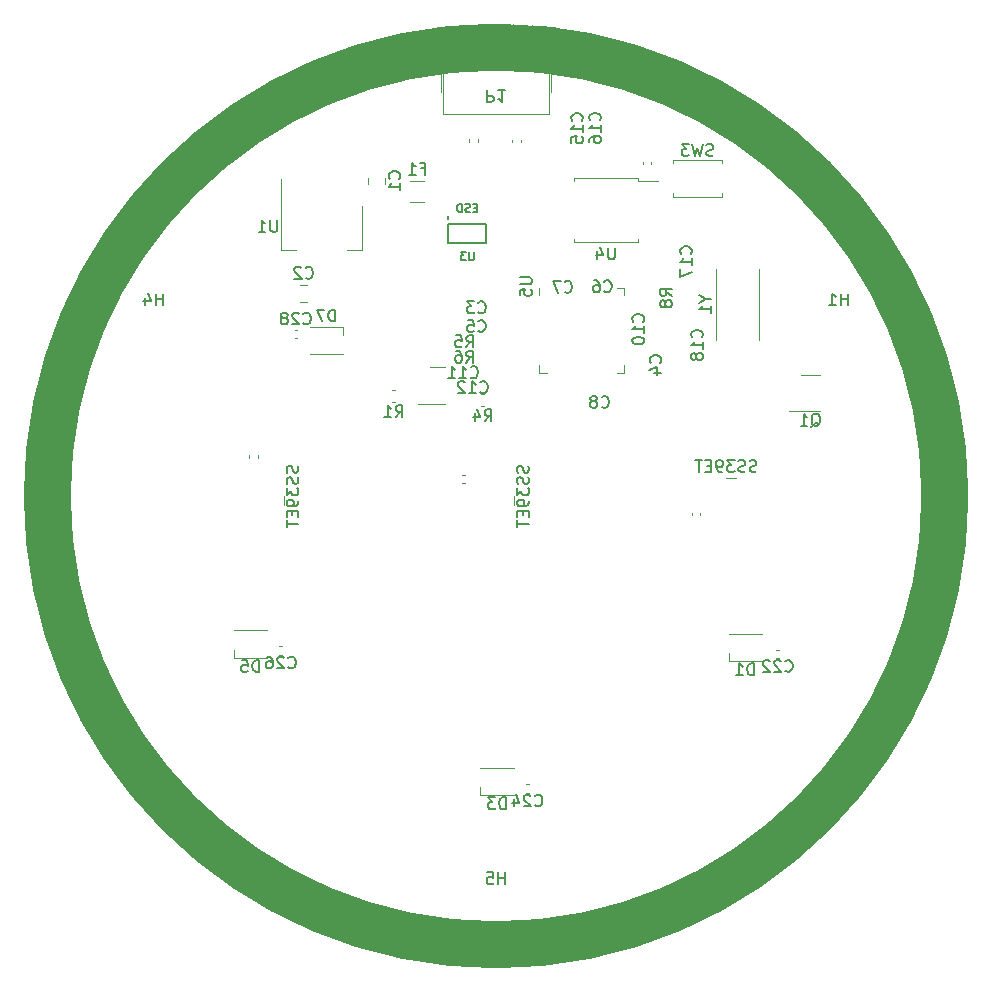
<source format=gbr>
G04 #@! TF.GenerationSoftware,KiCad,Pcbnew,(7.0.0-0)*
G04 #@! TF.CreationDate,2023-03-04T17:00:40-06:00*
G04 #@! TF.ProjectId,RP2040_minimal,52503230-3430-45f6-9d69-6e696d616c2e,REV1*
G04 #@! TF.SameCoordinates,Original*
G04 #@! TF.FileFunction,Legend,Bot*
G04 #@! TF.FilePolarity,Positive*
%FSLAX46Y46*%
G04 Gerber Fmt 4.6, Leading zero omitted, Abs format (unit mm)*
G04 Created by KiCad (PCBNEW (7.0.0-0)) date 2023-03-04 17:00:40*
%MOMM*%
%LPD*%
G01*
G04 APERTURE LIST*
%ADD10C,4.000000*%
%ADD11C,0.150000*%
%ADD12C,0.120000*%
%ADD13C,0.100000*%
G04 APERTURE END LIST*
D10*
X138000000Y-100000000D02*
G75*
G03*
X138000000Y-100000000I-38000000J0D01*
G01*
D11*
X100761904Y-132867380D02*
X100761904Y-131867380D01*
X100761904Y-132343571D02*
X100190476Y-132343571D01*
X100190476Y-132867380D02*
X100190476Y-131867380D01*
X99238095Y-131867380D02*
X99714285Y-131867380D01*
X99714285Y-131867380D02*
X99761904Y-132343571D01*
X99761904Y-132343571D02*
X99714285Y-132295952D01*
X99714285Y-132295952D02*
X99619047Y-132248333D01*
X99619047Y-132248333D02*
X99380952Y-132248333D01*
X99380952Y-132248333D02*
X99285714Y-132295952D01*
X99285714Y-132295952D02*
X99238095Y-132343571D01*
X99238095Y-132343571D02*
X99190476Y-132438809D01*
X99190476Y-132438809D02*
X99190476Y-132676904D01*
X99190476Y-132676904D02*
X99238095Y-132772142D01*
X99238095Y-132772142D02*
X99285714Y-132819761D01*
X99285714Y-132819761D02*
X99380952Y-132867380D01*
X99380952Y-132867380D02*
X99619047Y-132867380D01*
X99619047Y-132867380D02*
X99714285Y-132819761D01*
X99714285Y-132819761D02*
X99761904Y-132772142D01*
X71761904Y-83867380D02*
X71761904Y-82867380D01*
X71761904Y-83343571D02*
X71190476Y-83343571D01*
X71190476Y-83867380D02*
X71190476Y-82867380D01*
X70285714Y-83200714D02*
X70285714Y-83867380D01*
X70523809Y-82819761D02*
X70761904Y-83534047D01*
X70761904Y-83534047D02*
X70142857Y-83534047D01*
X129761904Y-83867380D02*
X129761904Y-82867380D01*
X129761904Y-83343571D02*
X129190476Y-83343571D01*
X129190476Y-83867380D02*
X129190476Y-82867380D01*
X128190476Y-83867380D02*
X128761904Y-83867380D01*
X128476190Y-83867380D02*
X128476190Y-82867380D01*
X128476190Y-82867380D02*
X128571428Y-83010238D01*
X128571428Y-83010238D02*
X128666666Y-83105476D01*
X128666666Y-83105476D02*
X128761904Y-83153095D01*
X83866666Y-81512142D02*
X83914285Y-81559761D01*
X83914285Y-81559761D02*
X84057142Y-81607380D01*
X84057142Y-81607380D02*
X84152380Y-81607380D01*
X84152380Y-81607380D02*
X84295237Y-81559761D01*
X84295237Y-81559761D02*
X84390475Y-81464523D01*
X84390475Y-81464523D02*
X84438094Y-81369285D01*
X84438094Y-81369285D02*
X84485713Y-81178809D01*
X84485713Y-81178809D02*
X84485713Y-81035952D01*
X84485713Y-81035952D02*
X84438094Y-80845476D01*
X84438094Y-80845476D02*
X84390475Y-80750238D01*
X84390475Y-80750238D02*
X84295237Y-80655000D01*
X84295237Y-80655000D02*
X84152380Y-80607380D01*
X84152380Y-80607380D02*
X84057142Y-80607380D01*
X84057142Y-80607380D02*
X83914285Y-80655000D01*
X83914285Y-80655000D02*
X83866666Y-80702619D01*
X83485713Y-80702619D02*
X83438094Y-80655000D01*
X83438094Y-80655000D02*
X83342856Y-80607380D01*
X83342856Y-80607380D02*
X83104761Y-80607380D01*
X83104761Y-80607380D02*
X83009523Y-80655000D01*
X83009523Y-80655000D02*
X82961904Y-80702619D01*
X82961904Y-80702619D02*
X82914285Y-80797857D01*
X82914285Y-80797857D02*
X82914285Y-80893095D01*
X82914285Y-80893095D02*
X82961904Y-81035952D01*
X82961904Y-81035952D02*
X83533332Y-81607380D01*
X83533332Y-81607380D02*
X82914285Y-81607380D01*
X98670357Y-91196142D02*
X98717976Y-91243761D01*
X98717976Y-91243761D02*
X98860833Y-91291380D01*
X98860833Y-91291380D02*
X98956071Y-91291380D01*
X98956071Y-91291380D02*
X99098928Y-91243761D01*
X99098928Y-91243761D02*
X99194166Y-91148523D01*
X99194166Y-91148523D02*
X99241785Y-91053285D01*
X99241785Y-91053285D02*
X99289404Y-90862809D01*
X99289404Y-90862809D02*
X99289404Y-90719952D01*
X99289404Y-90719952D02*
X99241785Y-90529476D01*
X99241785Y-90529476D02*
X99194166Y-90434238D01*
X99194166Y-90434238D02*
X99098928Y-90339000D01*
X99098928Y-90339000D02*
X98956071Y-90291380D01*
X98956071Y-90291380D02*
X98860833Y-90291380D01*
X98860833Y-90291380D02*
X98717976Y-90339000D01*
X98717976Y-90339000D02*
X98670357Y-90386619D01*
X97717976Y-91291380D02*
X98289404Y-91291380D01*
X98003690Y-91291380D02*
X98003690Y-90291380D01*
X98003690Y-90291380D02*
X98098928Y-90434238D01*
X98098928Y-90434238D02*
X98194166Y-90529476D01*
X98194166Y-90529476D02*
X98289404Y-90577095D01*
X97337023Y-90386619D02*
X97289404Y-90339000D01*
X97289404Y-90339000D02*
X97194166Y-90291380D01*
X97194166Y-90291380D02*
X96956071Y-90291380D01*
X96956071Y-90291380D02*
X96860833Y-90339000D01*
X96860833Y-90339000D02*
X96813214Y-90386619D01*
X96813214Y-90386619D02*
X96765595Y-90481857D01*
X96765595Y-90481857D02*
X96765595Y-90577095D01*
X96765595Y-90577095D02*
X96813214Y-90719952D01*
X96813214Y-90719952D02*
X97384642Y-91291380D01*
X97384642Y-91291380D02*
X96765595Y-91291380D01*
X97850357Y-89932142D02*
X97897976Y-89979761D01*
X97897976Y-89979761D02*
X98040833Y-90027380D01*
X98040833Y-90027380D02*
X98136071Y-90027380D01*
X98136071Y-90027380D02*
X98278928Y-89979761D01*
X98278928Y-89979761D02*
X98374166Y-89884523D01*
X98374166Y-89884523D02*
X98421785Y-89789285D01*
X98421785Y-89789285D02*
X98469404Y-89598809D01*
X98469404Y-89598809D02*
X98469404Y-89455952D01*
X98469404Y-89455952D02*
X98421785Y-89265476D01*
X98421785Y-89265476D02*
X98374166Y-89170238D01*
X98374166Y-89170238D02*
X98278928Y-89075000D01*
X98278928Y-89075000D02*
X98136071Y-89027380D01*
X98136071Y-89027380D02*
X98040833Y-89027380D01*
X98040833Y-89027380D02*
X97897976Y-89075000D01*
X97897976Y-89075000D02*
X97850357Y-89122619D01*
X96897976Y-90027380D02*
X97469404Y-90027380D01*
X97183690Y-90027380D02*
X97183690Y-89027380D01*
X97183690Y-89027380D02*
X97278928Y-89170238D01*
X97278928Y-89170238D02*
X97374166Y-89265476D01*
X97374166Y-89265476D02*
X97469404Y-89313095D01*
X95945595Y-90027380D02*
X96517023Y-90027380D01*
X96231309Y-90027380D02*
X96231309Y-89027380D01*
X96231309Y-89027380D02*
X96326547Y-89170238D01*
X96326547Y-89170238D02*
X96421785Y-89265476D01*
X96421785Y-89265476D02*
X96517023Y-89313095D01*
X108929166Y-92459642D02*
X108976785Y-92507261D01*
X108976785Y-92507261D02*
X109119642Y-92554880D01*
X109119642Y-92554880D02*
X109214880Y-92554880D01*
X109214880Y-92554880D02*
X109357737Y-92507261D01*
X109357737Y-92507261D02*
X109452975Y-92412023D01*
X109452975Y-92412023D02*
X109500594Y-92316785D01*
X109500594Y-92316785D02*
X109548213Y-92126309D01*
X109548213Y-92126309D02*
X109548213Y-91983452D01*
X109548213Y-91983452D02*
X109500594Y-91792976D01*
X109500594Y-91792976D02*
X109452975Y-91697738D01*
X109452975Y-91697738D02*
X109357737Y-91602500D01*
X109357737Y-91602500D02*
X109214880Y-91554880D01*
X109214880Y-91554880D02*
X109119642Y-91554880D01*
X109119642Y-91554880D02*
X108976785Y-91602500D01*
X108976785Y-91602500D02*
X108929166Y-91650119D01*
X108357737Y-91983452D02*
X108452975Y-91935833D01*
X108452975Y-91935833D02*
X108500594Y-91888214D01*
X108500594Y-91888214D02*
X108548213Y-91792976D01*
X108548213Y-91792976D02*
X108548213Y-91745357D01*
X108548213Y-91745357D02*
X108500594Y-91650119D01*
X108500594Y-91650119D02*
X108452975Y-91602500D01*
X108452975Y-91602500D02*
X108357737Y-91554880D01*
X108357737Y-91554880D02*
X108167261Y-91554880D01*
X108167261Y-91554880D02*
X108072023Y-91602500D01*
X108072023Y-91602500D02*
X108024404Y-91650119D01*
X108024404Y-91650119D02*
X107976785Y-91745357D01*
X107976785Y-91745357D02*
X107976785Y-91792976D01*
X107976785Y-91792976D02*
X108024404Y-91888214D01*
X108024404Y-91888214D02*
X108072023Y-91935833D01*
X108072023Y-91935833D02*
X108167261Y-91983452D01*
X108167261Y-91983452D02*
X108357737Y-91983452D01*
X108357737Y-91983452D02*
X108452975Y-92031071D01*
X108452975Y-92031071D02*
X108500594Y-92078690D01*
X108500594Y-92078690D02*
X108548213Y-92173928D01*
X108548213Y-92173928D02*
X108548213Y-92364404D01*
X108548213Y-92364404D02*
X108500594Y-92459642D01*
X108500594Y-92459642D02*
X108452975Y-92507261D01*
X108452975Y-92507261D02*
X108357737Y-92554880D01*
X108357737Y-92554880D02*
X108167261Y-92554880D01*
X108167261Y-92554880D02*
X108072023Y-92507261D01*
X108072023Y-92507261D02*
X108024404Y-92459642D01*
X108024404Y-92459642D02*
X107976785Y-92364404D01*
X107976785Y-92364404D02*
X107976785Y-92173928D01*
X107976785Y-92173928D02*
X108024404Y-92078690D01*
X108024404Y-92078690D02*
X108072023Y-92031071D01*
X108072023Y-92031071D02*
X108167261Y-91983452D01*
X81471904Y-76647380D02*
X81471904Y-77456904D01*
X81471904Y-77456904D02*
X81424285Y-77552142D01*
X81424285Y-77552142D02*
X81376666Y-77599761D01*
X81376666Y-77599761D02*
X81281428Y-77647380D01*
X81281428Y-77647380D02*
X81090952Y-77647380D01*
X81090952Y-77647380D02*
X80995714Y-77599761D01*
X80995714Y-77599761D02*
X80948095Y-77552142D01*
X80948095Y-77552142D02*
X80900476Y-77456904D01*
X80900476Y-77456904D02*
X80900476Y-76647380D01*
X79900476Y-77647380D02*
X80471904Y-77647380D01*
X80186190Y-77647380D02*
X80186190Y-76647380D01*
X80186190Y-76647380D02*
X80281428Y-76790238D01*
X80281428Y-76790238D02*
X80376666Y-76885476D01*
X80376666Y-76885476D02*
X80471904Y-76933095D01*
X110054404Y-78969880D02*
X110054404Y-79779404D01*
X110054404Y-79779404D02*
X110006785Y-79874642D01*
X110006785Y-79874642D02*
X109959166Y-79922261D01*
X109959166Y-79922261D02*
X109863928Y-79969880D01*
X109863928Y-79969880D02*
X109673452Y-79969880D01*
X109673452Y-79969880D02*
X109578214Y-79922261D01*
X109578214Y-79922261D02*
X109530595Y-79874642D01*
X109530595Y-79874642D02*
X109482976Y-79779404D01*
X109482976Y-79779404D02*
X109482976Y-78969880D01*
X108578214Y-79303214D02*
X108578214Y-79969880D01*
X108816309Y-78922261D02*
X109054404Y-79636547D01*
X109054404Y-79636547D02*
X108435357Y-79636547D01*
X117411161Y-86565642D02*
X117458780Y-86518023D01*
X117458780Y-86518023D02*
X117506399Y-86375166D01*
X117506399Y-86375166D02*
X117506399Y-86279928D01*
X117506399Y-86279928D02*
X117458780Y-86137071D01*
X117458780Y-86137071D02*
X117363542Y-86041833D01*
X117363542Y-86041833D02*
X117268304Y-85994214D01*
X117268304Y-85994214D02*
X117077828Y-85946595D01*
X117077828Y-85946595D02*
X116934971Y-85946595D01*
X116934971Y-85946595D02*
X116744495Y-85994214D01*
X116744495Y-85994214D02*
X116649257Y-86041833D01*
X116649257Y-86041833D02*
X116554019Y-86137071D01*
X116554019Y-86137071D02*
X116506399Y-86279928D01*
X116506399Y-86279928D02*
X116506399Y-86375166D01*
X116506399Y-86375166D02*
X116554019Y-86518023D01*
X116554019Y-86518023D02*
X116601638Y-86565642D01*
X117506399Y-87518023D02*
X117506399Y-86946595D01*
X117506399Y-87232309D02*
X116506399Y-87232309D01*
X116506399Y-87232309D02*
X116649257Y-87137071D01*
X116649257Y-87137071D02*
X116744495Y-87041833D01*
X116744495Y-87041833D02*
X116792114Y-86946595D01*
X116934971Y-88089452D02*
X116887352Y-87994214D01*
X116887352Y-87994214D02*
X116839733Y-87946595D01*
X116839733Y-87946595D02*
X116744495Y-87898976D01*
X116744495Y-87898976D02*
X116696876Y-87898976D01*
X116696876Y-87898976D02*
X116601638Y-87946595D01*
X116601638Y-87946595D02*
X116554019Y-87994214D01*
X116554019Y-87994214D02*
X116506399Y-88089452D01*
X116506399Y-88089452D02*
X116506399Y-88279928D01*
X116506399Y-88279928D02*
X116554019Y-88375166D01*
X116554019Y-88375166D02*
X116601638Y-88422785D01*
X116601638Y-88422785D02*
X116696876Y-88470404D01*
X116696876Y-88470404D02*
X116744495Y-88470404D01*
X116744495Y-88470404D02*
X116839733Y-88422785D01*
X116839733Y-88422785D02*
X116887352Y-88375166D01*
X116887352Y-88375166D02*
X116934971Y-88279928D01*
X116934971Y-88279928D02*
X116934971Y-88089452D01*
X116934971Y-88089452D02*
X116982590Y-87994214D01*
X116982590Y-87994214D02*
X117030209Y-87946595D01*
X117030209Y-87946595D02*
X117125447Y-87898976D01*
X117125447Y-87898976D02*
X117315923Y-87898976D01*
X117315923Y-87898976D02*
X117411161Y-87946595D01*
X117411161Y-87946595D02*
X117458780Y-87994214D01*
X117458780Y-87994214D02*
X117506399Y-88089452D01*
X117506399Y-88089452D02*
X117506399Y-88279928D01*
X117506399Y-88279928D02*
X117458780Y-88375166D01*
X117458780Y-88375166D02*
X117411161Y-88422785D01*
X117411161Y-88422785D02*
X117315923Y-88470404D01*
X117315923Y-88470404D02*
X117125447Y-88470404D01*
X117125447Y-88470404D02*
X117030209Y-88422785D01*
X117030209Y-88422785D02*
X116982590Y-88375166D01*
X116982590Y-88375166D02*
X116934971Y-88279928D01*
X98489166Y-86009642D02*
X98536785Y-86057261D01*
X98536785Y-86057261D02*
X98679642Y-86104880D01*
X98679642Y-86104880D02*
X98774880Y-86104880D01*
X98774880Y-86104880D02*
X98917737Y-86057261D01*
X98917737Y-86057261D02*
X99012975Y-85962023D01*
X99012975Y-85962023D02*
X99060594Y-85866785D01*
X99060594Y-85866785D02*
X99108213Y-85676309D01*
X99108213Y-85676309D02*
X99108213Y-85533452D01*
X99108213Y-85533452D02*
X99060594Y-85342976D01*
X99060594Y-85342976D02*
X99012975Y-85247738D01*
X99012975Y-85247738D02*
X98917737Y-85152500D01*
X98917737Y-85152500D02*
X98774880Y-85104880D01*
X98774880Y-85104880D02*
X98679642Y-85104880D01*
X98679642Y-85104880D02*
X98536785Y-85152500D01*
X98536785Y-85152500D02*
X98489166Y-85200119D01*
X97584404Y-85104880D02*
X98060594Y-85104880D01*
X98060594Y-85104880D02*
X98108213Y-85581071D01*
X98108213Y-85581071D02*
X98060594Y-85533452D01*
X98060594Y-85533452D02*
X97965356Y-85485833D01*
X97965356Y-85485833D02*
X97727261Y-85485833D01*
X97727261Y-85485833D02*
X97632023Y-85533452D01*
X97632023Y-85533452D02*
X97584404Y-85581071D01*
X97584404Y-85581071D02*
X97536785Y-85676309D01*
X97536785Y-85676309D02*
X97536785Y-85914404D01*
X97536785Y-85914404D02*
X97584404Y-86009642D01*
X97584404Y-86009642D02*
X97632023Y-86057261D01*
X97632023Y-86057261D02*
X97727261Y-86104880D01*
X97727261Y-86104880D02*
X97965356Y-86104880D01*
X97965356Y-86104880D02*
X98060594Y-86057261D01*
X98060594Y-86057261D02*
X98108213Y-86009642D01*
X105806666Y-82692142D02*
X105854285Y-82739761D01*
X105854285Y-82739761D02*
X105997142Y-82787380D01*
X105997142Y-82787380D02*
X106092380Y-82787380D01*
X106092380Y-82787380D02*
X106235237Y-82739761D01*
X106235237Y-82739761D02*
X106330475Y-82644523D01*
X106330475Y-82644523D02*
X106378094Y-82549285D01*
X106378094Y-82549285D02*
X106425713Y-82358809D01*
X106425713Y-82358809D02*
X106425713Y-82215952D01*
X106425713Y-82215952D02*
X106378094Y-82025476D01*
X106378094Y-82025476D02*
X106330475Y-81930238D01*
X106330475Y-81930238D02*
X106235237Y-81835000D01*
X106235237Y-81835000D02*
X106092380Y-81787380D01*
X106092380Y-81787380D02*
X105997142Y-81787380D01*
X105997142Y-81787380D02*
X105854285Y-81835000D01*
X105854285Y-81835000D02*
X105806666Y-81882619D01*
X105473332Y-81787380D02*
X104806666Y-81787380D01*
X104806666Y-81787380D02*
X105235237Y-82787380D01*
X112444642Y-85240642D02*
X112492261Y-85193023D01*
X112492261Y-85193023D02*
X112539880Y-85050166D01*
X112539880Y-85050166D02*
X112539880Y-84954928D01*
X112539880Y-84954928D02*
X112492261Y-84812071D01*
X112492261Y-84812071D02*
X112397023Y-84716833D01*
X112397023Y-84716833D02*
X112301785Y-84669214D01*
X112301785Y-84669214D02*
X112111309Y-84621595D01*
X112111309Y-84621595D02*
X111968452Y-84621595D01*
X111968452Y-84621595D02*
X111777976Y-84669214D01*
X111777976Y-84669214D02*
X111682738Y-84716833D01*
X111682738Y-84716833D02*
X111587500Y-84812071D01*
X111587500Y-84812071D02*
X111539880Y-84954928D01*
X111539880Y-84954928D02*
X111539880Y-85050166D01*
X111539880Y-85050166D02*
X111587500Y-85193023D01*
X111587500Y-85193023D02*
X111635119Y-85240642D01*
X112539880Y-86193023D02*
X112539880Y-85621595D01*
X112539880Y-85907309D02*
X111539880Y-85907309D01*
X111539880Y-85907309D02*
X111682738Y-85812071D01*
X111682738Y-85812071D02*
X111777976Y-85716833D01*
X111777976Y-85716833D02*
X111825595Y-85621595D01*
X111539880Y-86812071D02*
X111539880Y-86907309D01*
X111539880Y-86907309D02*
X111587500Y-87002547D01*
X111587500Y-87002547D02*
X111635119Y-87050166D01*
X111635119Y-87050166D02*
X111730357Y-87097785D01*
X111730357Y-87097785D02*
X111920833Y-87145404D01*
X111920833Y-87145404D02*
X112158928Y-87145404D01*
X112158928Y-87145404D02*
X112349404Y-87097785D01*
X112349404Y-87097785D02*
X112444642Y-87050166D01*
X112444642Y-87050166D02*
X112492261Y-87002547D01*
X112492261Y-87002547D02*
X112539880Y-86907309D01*
X112539880Y-86907309D02*
X112539880Y-86812071D01*
X112539880Y-86812071D02*
X112492261Y-86716833D01*
X112492261Y-86716833D02*
X112444642Y-86669214D01*
X112444642Y-86669214D02*
X112349404Y-86621595D01*
X112349404Y-86621595D02*
X112158928Y-86573976D01*
X112158928Y-86573976D02*
X111920833Y-86573976D01*
X111920833Y-86573976D02*
X111730357Y-86621595D01*
X111730357Y-86621595D02*
X111635119Y-86669214D01*
X111635119Y-86669214D02*
X111587500Y-86716833D01*
X111587500Y-86716833D02*
X111539880Y-86812071D01*
X97488290Y-87412380D02*
X97821623Y-86936190D01*
X98059718Y-87412380D02*
X98059718Y-86412380D01*
X98059718Y-86412380D02*
X97678766Y-86412380D01*
X97678766Y-86412380D02*
X97583528Y-86460000D01*
X97583528Y-86460000D02*
X97535909Y-86507619D01*
X97535909Y-86507619D02*
X97488290Y-86602857D01*
X97488290Y-86602857D02*
X97488290Y-86745714D01*
X97488290Y-86745714D02*
X97535909Y-86840952D01*
X97535909Y-86840952D02*
X97583528Y-86888571D01*
X97583528Y-86888571D02*
X97678766Y-86936190D01*
X97678766Y-86936190D02*
X98059718Y-86936190D01*
X96583528Y-86412380D02*
X97059718Y-86412380D01*
X97059718Y-86412380D02*
X97107337Y-86888571D01*
X97107337Y-86888571D02*
X97059718Y-86840952D01*
X97059718Y-86840952D02*
X96964480Y-86793333D01*
X96964480Y-86793333D02*
X96726385Y-86793333D01*
X96726385Y-86793333D02*
X96631147Y-86840952D01*
X96631147Y-86840952D02*
X96583528Y-86888571D01*
X96583528Y-86888571D02*
X96535909Y-86983809D01*
X96535909Y-86983809D02*
X96535909Y-87221904D01*
X96535909Y-87221904D02*
X96583528Y-87317142D01*
X96583528Y-87317142D02*
X96631147Y-87364761D01*
X96631147Y-87364761D02*
X96726385Y-87412380D01*
X96726385Y-87412380D02*
X96964480Y-87412380D01*
X96964480Y-87412380D02*
X97059718Y-87364761D01*
X97059718Y-87364761D02*
X97107337Y-87317142D01*
X113904642Y-88723333D02*
X113952261Y-88675714D01*
X113952261Y-88675714D02*
X113999880Y-88532857D01*
X113999880Y-88532857D02*
X113999880Y-88437619D01*
X113999880Y-88437619D02*
X113952261Y-88294762D01*
X113952261Y-88294762D02*
X113857023Y-88199524D01*
X113857023Y-88199524D02*
X113761785Y-88151905D01*
X113761785Y-88151905D02*
X113571309Y-88104286D01*
X113571309Y-88104286D02*
X113428452Y-88104286D01*
X113428452Y-88104286D02*
X113237976Y-88151905D01*
X113237976Y-88151905D02*
X113142738Y-88199524D01*
X113142738Y-88199524D02*
X113047500Y-88294762D01*
X113047500Y-88294762D02*
X112999880Y-88437619D01*
X112999880Y-88437619D02*
X112999880Y-88532857D01*
X112999880Y-88532857D02*
X113047500Y-88675714D01*
X113047500Y-88675714D02*
X113095119Y-88723333D01*
X113333214Y-89580476D02*
X113999880Y-89580476D01*
X112952261Y-89342381D02*
X113666547Y-89104286D01*
X113666547Y-89104286D02*
X113666547Y-89723333D01*
X91802142Y-73143333D02*
X91849761Y-73095714D01*
X91849761Y-73095714D02*
X91897380Y-72952857D01*
X91897380Y-72952857D02*
X91897380Y-72857619D01*
X91897380Y-72857619D02*
X91849761Y-72714762D01*
X91849761Y-72714762D02*
X91754523Y-72619524D01*
X91754523Y-72619524D02*
X91659285Y-72571905D01*
X91659285Y-72571905D02*
X91468809Y-72524286D01*
X91468809Y-72524286D02*
X91325952Y-72524286D01*
X91325952Y-72524286D02*
X91135476Y-72571905D01*
X91135476Y-72571905D02*
X91040238Y-72619524D01*
X91040238Y-72619524D02*
X90945000Y-72714762D01*
X90945000Y-72714762D02*
X90897380Y-72857619D01*
X90897380Y-72857619D02*
X90897380Y-72952857D01*
X90897380Y-72952857D02*
X90945000Y-73095714D01*
X90945000Y-73095714D02*
X90992619Y-73143333D01*
X91897380Y-74095714D02*
X91897380Y-73524286D01*
X91897380Y-73810000D02*
X90897380Y-73810000D01*
X90897380Y-73810000D02*
X91040238Y-73714762D01*
X91040238Y-73714762D02*
X91135476Y-73619524D01*
X91135476Y-73619524D02*
X91183095Y-73524286D01*
X109156666Y-82662142D02*
X109204285Y-82709761D01*
X109204285Y-82709761D02*
X109347142Y-82757380D01*
X109347142Y-82757380D02*
X109442380Y-82757380D01*
X109442380Y-82757380D02*
X109585237Y-82709761D01*
X109585237Y-82709761D02*
X109680475Y-82614523D01*
X109680475Y-82614523D02*
X109728094Y-82519285D01*
X109728094Y-82519285D02*
X109775713Y-82328809D01*
X109775713Y-82328809D02*
X109775713Y-82185952D01*
X109775713Y-82185952D02*
X109728094Y-81995476D01*
X109728094Y-81995476D02*
X109680475Y-81900238D01*
X109680475Y-81900238D02*
X109585237Y-81805000D01*
X109585237Y-81805000D02*
X109442380Y-81757380D01*
X109442380Y-81757380D02*
X109347142Y-81757380D01*
X109347142Y-81757380D02*
X109204285Y-81805000D01*
X109204285Y-81805000D02*
X109156666Y-81852619D01*
X108299523Y-81757380D02*
X108489999Y-81757380D01*
X108489999Y-81757380D02*
X108585237Y-81805000D01*
X108585237Y-81805000D02*
X108632856Y-81852619D01*
X108632856Y-81852619D02*
X108728094Y-81995476D01*
X108728094Y-81995476D02*
X108775713Y-82185952D01*
X108775713Y-82185952D02*
X108775713Y-82566904D01*
X108775713Y-82566904D02*
X108728094Y-82662142D01*
X108728094Y-82662142D02*
X108680475Y-82709761D01*
X108680475Y-82709761D02*
X108585237Y-82757380D01*
X108585237Y-82757380D02*
X108394761Y-82757380D01*
X108394761Y-82757380D02*
X108299523Y-82709761D01*
X108299523Y-82709761D02*
X108251904Y-82662142D01*
X108251904Y-82662142D02*
X108204285Y-82566904D01*
X108204285Y-82566904D02*
X108204285Y-82328809D01*
X108204285Y-82328809D02*
X108251904Y-82233571D01*
X108251904Y-82233571D02*
X108299523Y-82185952D01*
X108299523Y-82185952D02*
X108394761Y-82138333D01*
X108394761Y-82138333D02*
X108585237Y-82138333D01*
X108585237Y-82138333D02*
X108680475Y-82185952D01*
X108680475Y-82185952D02*
X108728094Y-82233571D01*
X108728094Y-82233571D02*
X108775713Y-82328809D01*
X108782142Y-68212142D02*
X108829761Y-68164523D01*
X108829761Y-68164523D02*
X108877380Y-68021666D01*
X108877380Y-68021666D02*
X108877380Y-67926428D01*
X108877380Y-67926428D02*
X108829761Y-67783571D01*
X108829761Y-67783571D02*
X108734523Y-67688333D01*
X108734523Y-67688333D02*
X108639285Y-67640714D01*
X108639285Y-67640714D02*
X108448809Y-67593095D01*
X108448809Y-67593095D02*
X108305952Y-67593095D01*
X108305952Y-67593095D02*
X108115476Y-67640714D01*
X108115476Y-67640714D02*
X108020238Y-67688333D01*
X108020238Y-67688333D02*
X107925000Y-67783571D01*
X107925000Y-67783571D02*
X107877380Y-67926428D01*
X107877380Y-67926428D02*
X107877380Y-68021666D01*
X107877380Y-68021666D02*
X107925000Y-68164523D01*
X107925000Y-68164523D02*
X107972619Y-68212142D01*
X108877380Y-69164523D02*
X108877380Y-68593095D01*
X108877380Y-68878809D02*
X107877380Y-68878809D01*
X107877380Y-68878809D02*
X108020238Y-68783571D01*
X108020238Y-68783571D02*
X108115476Y-68688333D01*
X108115476Y-68688333D02*
X108163095Y-68593095D01*
X107877380Y-70021666D02*
X107877380Y-69831190D01*
X107877380Y-69831190D02*
X107925000Y-69735952D01*
X107925000Y-69735952D02*
X107972619Y-69688333D01*
X107972619Y-69688333D02*
X108115476Y-69593095D01*
X108115476Y-69593095D02*
X108305952Y-69545476D01*
X108305952Y-69545476D02*
X108686904Y-69545476D01*
X108686904Y-69545476D02*
X108782142Y-69593095D01*
X108782142Y-69593095D02*
X108829761Y-69640714D01*
X108829761Y-69640714D02*
X108877380Y-69735952D01*
X108877380Y-69735952D02*
X108877380Y-69926428D01*
X108877380Y-69926428D02*
X108829761Y-70021666D01*
X108829761Y-70021666D02*
X108782142Y-70069285D01*
X108782142Y-70069285D02*
X108686904Y-70116904D01*
X108686904Y-70116904D02*
X108448809Y-70116904D01*
X108448809Y-70116904D02*
X108353571Y-70069285D01*
X108353571Y-70069285D02*
X108305952Y-70021666D01*
X108305952Y-70021666D02*
X108258333Y-69926428D01*
X108258333Y-69926428D02*
X108258333Y-69735952D01*
X108258333Y-69735952D02*
X108305952Y-69640714D01*
X108305952Y-69640714D02*
X108353571Y-69593095D01*
X108353571Y-69593095D02*
X108448809Y-69545476D01*
X102014880Y-81495595D02*
X102824404Y-81495595D01*
X102824404Y-81495595D02*
X102919642Y-81543214D01*
X102919642Y-81543214D02*
X102967261Y-81590833D01*
X102967261Y-81590833D02*
X103014880Y-81686071D01*
X103014880Y-81686071D02*
X103014880Y-81876547D01*
X103014880Y-81876547D02*
X102967261Y-81971785D01*
X102967261Y-81971785D02*
X102919642Y-82019404D01*
X102919642Y-82019404D02*
X102824404Y-82067023D01*
X102824404Y-82067023D02*
X102014880Y-82067023D01*
X102014880Y-83019404D02*
X102014880Y-82543214D01*
X102014880Y-82543214D02*
X102491071Y-82495595D01*
X102491071Y-82495595D02*
X102443452Y-82543214D01*
X102443452Y-82543214D02*
X102395833Y-82638452D01*
X102395833Y-82638452D02*
X102395833Y-82876547D01*
X102395833Y-82876547D02*
X102443452Y-82971785D01*
X102443452Y-82971785D02*
X102491071Y-83019404D01*
X102491071Y-83019404D02*
X102586309Y-83067023D01*
X102586309Y-83067023D02*
X102824404Y-83067023D01*
X102824404Y-83067023D02*
X102919642Y-83019404D01*
X102919642Y-83019404D02*
X102967261Y-82971785D01*
X102967261Y-82971785D02*
X103014880Y-82876547D01*
X103014880Y-82876547D02*
X103014880Y-82638452D01*
X103014880Y-82638452D02*
X102967261Y-82543214D01*
X102967261Y-82543214D02*
X102919642Y-82495595D01*
X116497161Y-79495642D02*
X116544780Y-79448023D01*
X116544780Y-79448023D02*
X116592399Y-79305166D01*
X116592399Y-79305166D02*
X116592399Y-79209928D01*
X116592399Y-79209928D02*
X116544780Y-79067071D01*
X116544780Y-79067071D02*
X116449542Y-78971833D01*
X116449542Y-78971833D02*
X116354304Y-78924214D01*
X116354304Y-78924214D02*
X116163828Y-78876595D01*
X116163828Y-78876595D02*
X116020971Y-78876595D01*
X116020971Y-78876595D02*
X115830495Y-78924214D01*
X115830495Y-78924214D02*
X115735257Y-78971833D01*
X115735257Y-78971833D02*
X115640019Y-79067071D01*
X115640019Y-79067071D02*
X115592399Y-79209928D01*
X115592399Y-79209928D02*
X115592399Y-79305166D01*
X115592399Y-79305166D02*
X115640019Y-79448023D01*
X115640019Y-79448023D02*
X115687638Y-79495642D01*
X116592399Y-80448023D02*
X116592399Y-79876595D01*
X116592399Y-80162309D02*
X115592399Y-80162309D01*
X115592399Y-80162309D02*
X115735257Y-80067071D01*
X115735257Y-80067071D02*
X115830495Y-79971833D01*
X115830495Y-79971833D02*
X115878114Y-79876595D01*
X115592399Y-80781357D02*
X115592399Y-81448023D01*
X115592399Y-81448023D02*
X116592399Y-81019452D01*
X97488290Y-88712380D02*
X97821623Y-88236190D01*
X98059718Y-88712380D02*
X98059718Y-87712380D01*
X98059718Y-87712380D02*
X97678766Y-87712380D01*
X97678766Y-87712380D02*
X97583528Y-87760000D01*
X97583528Y-87760000D02*
X97535909Y-87807619D01*
X97535909Y-87807619D02*
X97488290Y-87902857D01*
X97488290Y-87902857D02*
X97488290Y-88045714D01*
X97488290Y-88045714D02*
X97535909Y-88140952D01*
X97535909Y-88140952D02*
X97583528Y-88188571D01*
X97583528Y-88188571D02*
X97678766Y-88236190D01*
X97678766Y-88236190D02*
X98059718Y-88236190D01*
X96631147Y-87712380D02*
X96821623Y-87712380D01*
X96821623Y-87712380D02*
X96916861Y-87760000D01*
X96916861Y-87760000D02*
X96964480Y-87807619D01*
X96964480Y-87807619D02*
X97059718Y-87950476D01*
X97059718Y-87950476D02*
X97107337Y-88140952D01*
X97107337Y-88140952D02*
X97107337Y-88521904D01*
X97107337Y-88521904D02*
X97059718Y-88617142D01*
X97059718Y-88617142D02*
X97012099Y-88664761D01*
X97012099Y-88664761D02*
X96916861Y-88712380D01*
X96916861Y-88712380D02*
X96726385Y-88712380D01*
X96726385Y-88712380D02*
X96631147Y-88664761D01*
X96631147Y-88664761D02*
X96583528Y-88617142D01*
X96583528Y-88617142D02*
X96535909Y-88521904D01*
X96535909Y-88521904D02*
X96535909Y-88283809D01*
X96535909Y-88283809D02*
X96583528Y-88188571D01*
X96583528Y-88188571D02*
X96631147Y-88140952D01*
X96631147Y-88140952D02*
X96726385Y-88093333D01*
X96726385Y-88093333D02*
X96916861Y-88093333D01*
X96916861Y-88093333D02*
X97012099Y-88140952D01*
X97012099Y-88140952D02*
X97059718Y-88188571D01*
X97059718Y-88188571D02*
X97107337Y-88283809D01*
X98499166Y-84439642D02*
X98546785Y-84487261D01*
X98546785Y-84487261D02*
X98689642Y-84534880D01*
X98689642Y-84534880D02*
X98784880Y-84534880D01*
X98784880Y-84534880D02*
X98927737Y-84487261D01*
X98927737Y-84487261D02*
X99022975Y-84392023D01*
X99022975Y-84392023D02*
X99070594Y-84296785D01*
X99070594Y-84296785D02*
X99118213Y-84106309D01*
X99118213Y-84106309D02*
X99118213Y-83963452D01*
X99118213Y-83963452D02*
X99070594Y-83772976D01*
X99070594Y-83772976D02*
X99022975Y-83677738D01*
X99022975Y-83677738D02*
X98927737Y-83582500D01*
X98927737Y-83582500D02*
X98784880Y-83534880D01*
X98784880Y-83534880D02*
X98689642Y-83534880D01*
X98689642Y-83534880D02*
X98546785Y-83582500D01*
X98546785Y-83582500D02*
X98499166Y-83630119D01*
X98165832Y-83534880D02*
X97546785Y-83534880D01*
X97546785Y-83534880D02*
X97880118Y-83915833D01*
X97880118Y-83915833D02*
X97737261Y-83915833D01*
X97737261Y-83915833D02*
X97642023Y-83963452D01*
X97642023Y-83963452D02*
X97594404Y-84011071D01*
X97594404Y-84011071D02*
X97546785Y-84106309D01*
X97546785Y-84106309D02*
X97546785Y-84344404D01*
X97546785Y-84344404D02*
X97594404Y-84439642D01*
X97594404Y-84439642D02*
X97642023Y-84487261D01*
X97642023Y-84487261D02*
X97737261Y-84534880D01*
X97737261Y-84534880D02*
X98022975Y-84534880D01*
X98022975Y-84534880D02*
X98118213Y-84487261D01*
X98118213Y-84487261D02*
X98165832Y-84439642D01*
X107262142Y-68232142D02*
X107309761Y-68184523D01*
X107309761Y-68184523D02*
X107357380Y-68041666D01*
X107357380Y-68041666D02*
X107357380Y-67946428D01*
X107357380Y-67946428D02*
X107309761Y-67803571D01*
X107309761Y-67803571D02*
X107214523Y-67708333D01*
X107214523Y-67708333D02*
X107119285Y-67660714D01*
X107119285Y-67660714D02*
X106928809Y-67613095D01*
X106928809Y-67613095D02*
X106785952Y-67613095D01*
X106785952Y-67613095D02*
X106595476Y-67660714D01*
X106595476Y-67660714D02*
X106500238Y-67708333D01*
X106500238Y-67708333D02*
X106405000Y-67803571D01*
X106405000Y-67803571D02*
X106357380Y-67946428D01*
X106357380Y-67946428D02*
X106357380Y-68041666D01*
X106357380Y-68041666D02*
X106405000Y-68184523D01*
X106405000Y-68184523D02*
X106452619Y-68232142D01*
X107357380Y-69184523D02*
X107357380Y-68613095D01*
X107357380Y-68898809D02*
X106357380Y-68898809D01*
X106357380Y-68898809D02*
X106500238Y-68803571D01*
X106500238Y-68803571D02*
X106595476Y-68708333D01*
X106595476Y-68708333D02*
X106643095Y-68613095D01*
X106357380Y-70089285D02*
X106357380Y-69613095D01*
X106357380Y-69613095D02*
X106833571Y-69565476D01*
X106833571Y-69565476D02*
X106785952Y-69613095D01*
X106785952Y-69613095D02*
X106738333Y-69708333D01*
X106738333Y-69708333D02*
X106738333Y-69946428D01*
X106738333Y-69946428D02*
X106785952Y-70041666D01*
X106785952Y-70041666D02*
X106833571Y-70089285D01*
X106833571Y-70089285D02*
X106928809Y-70136904D01*
X106928809Y-70136904D02*
X107166904Y-70136904D01*
X107166904Y-70136904D02*
X107262142Y-70089285D01*
X107262142Y-70089285D02*
X107309761Y-70041666D01*
X107309761Y-70041666D02*
X107357380Y-69946428D01*
X107357380Y-69946428D02*
X107357380Y-69708333D01*
X107357380Y-69708333D02*
X107309761Y-69613095D01*
X107309761Y-69613095D02*
X107262142Y-69565476D01*
X114892399Y-83071833D02*
X114416209Y-82738500D01*
X114892399Y-82500405D02*
X113892399Y-82500405D01*
X113892399Y-82500405D02*
X113892399Y-82881357D01*
X113892399Y-82881357D02*
X113940019Y-82976595D01*
X113940019Y-82976595D02*
X113987638Y-83024214D01*
X113987638Y-83024214D02*
X114082876Y-83071833D01*
X114082876Y-83071833D02*
X114225733Y-83071833D01*
X114225733Y-83071833D02*
X114320971Y-83024214D01*
X114320971Y-83024214D02*
X114368590Y-82976595D01*
X114368590Y-82976595D02*
X114416209Y-82881357D01*
X114416209Y-82881357D02*
X114416209Y-82500405D01*
X114320971Y-83643262D02*
X114273352Y-83548024D01*
X114273352Y-83548024D02*
X114225733Y-83500405D01*
X114225733Y-83500405D02*
X114130495Y-83452786D01*
X114130495Y-83452786D02*
X114082876Y-83452786D01*
X114082876Y-83452786D02*
X113987638Y-83500405D01*
X113987638Y-83500405D02*
X113940019Y-83548024D01*
X113940019Y-83548024D02*
X113892399Y-83643262D01*
X113892399Y-83643262D02*
X113892399Y-83833738D01*
X113892399Y-83833738D02*
X113940019Y-83928976D01*
X113940019Y-83928976D02*
X113987638Y-83976595D01*
X113987638Y-83976595D02*
X114082876Y-84024214D01*
X114082876Y-84024214D02*
X114130495Y-84024214D01*
X114130495Y-84024214D02*
X114225733Y-83976595D01*
X114225733Y-83976595D02*
X114273352Y-83928976D01*
X114273352Y-83928976D02*
X114320971Y-83833738D01*
X114320971Y-83833738D02*
X114320971Y-83643262D01*
X114320971Y-83643262D02*
X114368590Y-83548024D01*
X114368590Y-83548024D02*
X114416209Y-83500405D01*
X114416209Y-83500405D02*
X114511447Y-83452786D01*
X114511447Y-83452786D02*
X114701923Y-83452786D01*
X114701923Y-83452786D02*
X114797161Y-83500405D01*
X114797161Y-83500405D02*
X114844780Y-83548024D01*
X114844780Y-83548024D02*
X114892399Y-83643262D01*
X114892399Y-83643262D02*
X114892399Y-83833738D01*
X114892399Y-83833738D02*
X114844780Y-83928976D01*
X114844780Y-83928976D02*
X114797161Y-83976595D01*
X114797161Y-83976595D02*
X114701923Y-84024214D01*
X114701923Y-84024214D02*
X114511447Y-84024214D01*
X114511447Y-84024214D02*
X114416209Y-83976595D01*
X114416209Y-83976595D02*
X114368590Y-83928976D01*
X114368590Y-83928976D02*
X114320971Y-83833738D01*
X117732209Y-83303309D02*
X118208399Y-83303309D01*
X117208399Y-82969976D02*
X117732209Y-83303309D01*
X117732209Y-83303309D02*
X117208399Y-83636642D01*
X118208399Y-84493785D02*
X118208399Y-83922357D01*
X118208399Y-84208071D02*
X117208399Y-84208071D01*
X117208399Y-84208071D02*
X117351257Y-84112833D01*
X117351257Y-84112833D02*
X117446495Y-84017595D01*
X117446495Y-84017595D02*
X117494114Y-83922357D01*
X118383332Y-71169761D02*
X118240475Y-71217380D01*
X118240475Y-71217380D02*
X118002380Y-71217380D01*
X118002380Y-71217380D02*
X117907142Y-71169761D01*
X117907142Y-71169761D02*
X117859523Y-71122142D01*
X117859523Y-71122142D02*
X117811904Y-71026904D01*
X117811904Y-71026904D02*
X117811904Y-70931666D01*
X117811904Y-70931666D02*
X117859523Y-70836428D01*
X117859523Y-70836428D02*
X117907142Y-70788809D01*
X117907142Y-70788809D02*
X118002380Y-70741190D01*
X118002380Y-70741190D02*
X118192856Y-70693571D01*
X118192856Y-70693571D02*
X118288094Y-70645952D01*
X118288094Y-70645952D02*
X118335713Y-70598333D01*
X118335713Y-70598333D02*
X118383332Y-70503095D01*
X118383332Y-70503095D02*
X118383332Y-70407857D01*
X118383332Y-70407857D02*
X118335713Y-70312619D01*
X118335713Y-70312619D02*
X118288094Y-70265000D01*
X118288094Y-70265000D02*
X118192856Y-70217380D01*
X118192856Y-70217380D02*
X117954761Y-70217380D01*
X117954761Y-70217380D02*
X117811904Y-70265000D01*
X117478570Y-70217380D02*
X117240475Y-71217380D01*
X117240475Y-71217380D02*
X117049999Y-70503095D01*
X117049999Y-70503095D02*
X116859523Y-71217380D01*
X116859523Y-71217380D02*
X116621428Y-70217380D01*
X116335713Y-70217380D02*
X115716666Y-70217380D01*
X115716666Y-70217380D02*
X116049999Y-70598333D01*
X116049999Y-70598333D02*
X115907142Y-70598333D01*
X115907142Y-70598333D02*
X115811904Y-70645952D01*
X115811904Y-70645952D02*
X115764285Y-70693571D01*
X115764285Y-70693571D02*
X115716666Y-70788809D01*
X115716666Y-70788809D02*
X115716666Y-71026904D01*
X115716666Y-71026904D02*
X115764285Y-71122142D01*
X115764285Y-71122142D02*
X115811904Y-71169761D01*
X115811904Y-71169761D02*
X115907142Y-71217380D01*
X115907142Y-71217380D02*
X116192856Y-71217380D01*
X116192856Y-71217380D02*
X116288094Y-71169761D01*
X116288094Y-71169761D02*
X116335713Y-71122142D01*
X82412857Y-114513392D02*
X82460476Y-114561011D01*
X82460476Y-114561011D02*
X82603333Y-114608630D01*
X82603333Y-114608630D02*
X82698571Y-114608630D01*
X82698571Y-114608630D02*
X82841428Y-114561011D01*
X82841428Y-114561011D02*
X82936666Y-114465773D01*
X82936666Y-114465773D02*
X82984285Y-114370535D01*
X82984285Y-114370535D02*
X83031904Y-114180059D01*
X83031904Y-114180059D02*
X83031904Y-114037202D01*
X83031904Y-114037202D02*
X82984285Y-113846726D01*
X82984285Y-113846726D02*
X82936666Y-113751488D01*
X82936666Y-113751488D02*
X82841428Y-113656250D01*
X82841428Y-113656250D02*
X82698571Y-113608630D01*
X82698571Y-113608630D02*
X82603333Y-113608630D01*
X82603333Y-113608630D02*
X82460476Y-113656250D01*
X82460476Y-113656250D02*
X82412857Y-113703869D01*
X82031904Y-113703869D02*
X81984285Y-113656250D01*
X81984285Y-113656250D02*
X81889047Y-113608630D01*
X81889047Y-113608630D02*
X81650952Y-113608630D01*
X81650952Y-113608630D02*
X81555714Y-113656250D01*
X81555714Y-113656250D02*
X81508095Y-113703869D01*
X81508095Y-113703869D02*
X81460476Y-113799107D01*
X81460476Y-113799107D02*
X81460476Y-113894345D01*
X81460476Y-113894345D02*
X81508095Y-114037202D01*
X81508095Y-114037202D02*
X82079523Y-114608630D01*
X82079523Y-114608630D02*
X81460476Y-114608630D01*
X80603333Y-113608630D02*
X80793809Y-113608630D01*
X80793809Y-113608630D02*
X80889047Y-113656250D01*
X80889047Y-113656250D02*
X80936666Y-113703869D01*
X80936666Y-113703869D02*
X81031904Y-113846726D01*
X81031904Y-113846726D02*
X81079523Y-114037202D01*
X81079523Y-114037202D02*
X81079523Y-114418154D01*
X81079523Y-114418154D02*
X81031904Y-114513392D01*
X81031904Y-114513392D02*
X80984285Y-114561011D01*
X80984285Y-114561011D02*
X80889047Y-114608630D01*
X80889047Y-114608630D02*
X80698571Y-114608630D01*
X80698571Y-114608630D02*
X80603333Y-114561011D01*
X80603333Y-114561011D02*
X80555714Y-114513392D01*
X80555714Y-114513392D02*
X80508095Y-114418154D01*
X80508095Y-114418154D02*
X80508095Y-114180059D01*
X80508095Y-114180059D02*
X80555714Y-114084821D01*
X80555714Y-114084821D02*
X80603333Y-114037202D01*
X80603333Y-114037202D02*
X80698571Y-113989583D01*
X80698571Y-113989583D02*
X80889047Y-113989583D01*
X80889047Y-113989583D02*
X80984285Y-114037202D01*
X80984285Y-114037202D02*
X81031904Y-114084821D01*
X81031904Y-114084821D02*
X81079523Y-114180059D01*
X99034166Y-93678380D02*
X99367499Y-93202190D01*
X99605594Y-93678380D02*
X99605594Y-92678380D01*
X99605594Y-92678380D02*
X99224642Y-92678380D01*
X99224642Y-92678380D02*
X99129404Y-92726000D01*
X99129404Y-92726000D02*
X99081785Y-92773619D01*
X99081785Y-92773619D02*
X99034166Y-92868857D01*
X99034166Y-92868857D02*
X99034166Y-93011714D01*
X99034166Y-93011714D02*
X99081785Y-93106952D01*
X99081785Y-93106952D02*
X99129404Y-93154571D01*
X99129404Y-93154571D02*
X99224642Y-93202190D01*
X99224642Y-93202190D02*
X99605594Y-93202190D01*
X98177023Y-93011714D02*
X98177023Y-93678380D01*
X98415118Y-92630761D02*
X98653213Y-93345047D01*
X98653213Y-93345047D02*
X98034166Y-93345047D01*
X122047618Y-97919761D02*
X121904761Y-97967380D01*
X121904761Y-97967380D02*
X121666666Y-97967380D01*
X121666666Y-97967380D02*
X121571428Y-97919761D01*
X121571428Y-97919761D02*
X121523809Y-97872142D01*
X121523809Y-97872142D02*
X121476190Y-97776904D01*
X121476190Y-97776904D02*
X121476190Y-97681666D01*
X121476190Y-97681666D02*
X121523809Y-97586428D01*
X121523809Y-97586428D02*
X121571428Y-97538809D01*
X121571428Y-97538809D02*
X121666666Y-97491190D01*
X121666666Y-97491190D02*
X121857142Y-97443571D01*
X121857142Y-97443571D02*
X121952380Y-97395952D01*
X121952380Y-97395952D02*
X121999999Y-97348333D01*
X121999999Y-97348333D02*
X122047618Y-97253095D01*
X122047618Y-97253095D02*
X122047618Y-97157857D01*
X122047618Y-97157857D02*
X121999999Y-97062619D01*
X121999999Y-97062619D02*
X121952380Y-97015000D01*
X121952380Y-97015000D02*
X121857142Y-96967380D01*
X121857142Y-96967380D02*
X121619047Y-96967380D01*
X121619047Y-96967380D02*
X121476190Y-97015000D01*
X121095237Y-97919761D02*
X120952380Y-97967380D01*
X120952380Y-97967380D02*
X120714285Y-97967380D01*
X120714285Y-97967380D02*
X120619047Y-97919761D01*
X120619047Y-97919761D02*
X120571428Y-97872142D01*
X120571428Y-97872142D02*
X120523809Y-97776904D01*
X120523809Y-97776904D02*
X120523809Y-97681666D01*
X120523809Y-97681666D02*
X120571428Y-97586428D01*
X120571428Y-97586428D02*
X120619047Y-97538809D01*
X120619047Y-97538809D02*
X120714285Y-97491190D01*
X120714285Y-97491190D02*
X120904761Y-97443571D01*
X120904761Y-97443571D02*
X120999999Y-97395952D01*
X120999999Y-97395952D02*
X121047618Y-97348333D01*
X121047618Y-97348333D02*
X121095237Y-97253095D01*
X121095237Y-97253095D02*
X121095237Y-97157857D01*
X121095237Y-97157857D02*
X121047618Y-97062619D01*
X121047618Y-97062619D02*
X120999999Y-97015000D01*
X120999999Y-97015000D02*
X120904761Y-96967380D01*
X120904761Y-96967380D02*
X120666666Y-96967380D01*
X120666666Y-96967380D02*
X120523809Y-97015000D01*
X120190475Y-96967380D02*
X119571428Y-96967380D01*
X119571428Y-96967380D02*
X119904761Y-97348333D01*
X119904761Y-97348333D02*
X119761904Y-97348333D01*
X119761904Y-97348333D02*
X119666666Y-97395952D01*
X119666666Y-97395952D02*
X119619047Y-97443571D01*
X119619047Y-97443571D02*
X119571428Y-97538809D01*
X119571428Y-97538809D02*
X119571428Y-97776904D01*
X119571428Y-97776904D02*
X119619047Y-97872142D01*
X119619047Y-97872142D02*
X119666666Y-97919761D01*
X119666666Y-97919761D02*
X119761904Y-97967380D01*
X119761904Y-97967380D02*
X120047618Y-97967380D01*
X120047618Y-97967380D02*
X120142856Y-97919761D01*
X120142856Y-97919761D02*
X120190475Y-97872142D01*
X119095237Y-97967380D02*
X118904761Y-97967380D01*
X118904761Y-97967380D02*
X118809523Y-97919761D01*
X118809523Y-97919761D02*
X118761904Y-97872142D01*
X118761904Y-97872142D02*
X118666666Y-97729285D01*
X118666666Y-97729285D02*
X118619047Y-97538809D01*
X118619047Y-97538809D02*
X118619047Y-97157857D01*
X118619047Y-97157857D02*
X118666666Y-97062619D01*
X118666666Y-97062619D02*
X118714285Y-97015000D01*
X118714285Y-97015000D02*
X118809523Y-96967380D01*
X118809523Y-96967380D02*
X118999999Y-96967380D01*
X118999999Y-96967380D02*
X119095237Y-97015000D01*
X119095237Y-97015000D02*
X119142856Y-97062619D01*
X119142856Y-97062619D02*
X119190475Y-97157857D01*
X119190475Y-97157857D02*
X119190475Y-97395952D01*
X119190475Y-97395952D02*
X119142856Y-97491190D01*
X119142856Y-97491190D02*
X119095237Y-97538809D01*
X119095237Y-97538809D02*
X118999999Y-97586428D01*
X118999999Y-97586428D02*
X118809523Y-97586428D01*
X118809523Y-97586428D02*
X118714285Y-97538809D01*
X118714285Y-97538809D02*
X118666666Y-97491190D01*
X118666666Y-97491190D02*
X118619047Y-97395952D01*
X118190475Y-97443571D02*
X117857142Y-97443571D01*
X117714285Y-97967380D02*
X118190475Y-97967380D01*
X118190475Y-97967380D02*
X118190475Y-96967380D01*
X118190475Y-96967380D02*
X117714285Y-96967380D01*
X117428570Y-96967380D02*
X116857142Y-96967380D01*
X117142856Y-97967380D02*
X117142856Y-96967380D01*
X99231905Y-65642619D02*
X99231905Y-66642619D01*
X99231905Y-66642619D02*
X99612857Y-66642619D01*
X99612857Y-66642619D02*
X99708095Y-66595000D01*
X99708095Y-66595000D02*
X99755714Y-66547380D01*
X99755714Y-66547380D02*
X99803333Y-66452142D01*
X99803333Y-66452142D02*
X99803333Y-66309285D01*
X99803333Y-66309285D02*
X99755714Y-66214047D01*
X99755714Y-66214047D02*
X99708095Y-66166428D01*
X99708095Y-66166428D02*
X99612857Y-66118809D01*
X99612857Y-66118809D02*
X99231905Y-66118809D01*
X100755714Y-65642619D02*
X100184286Y-65642619D01*
X100470000Y-65642619D02*
X100470000Y-66642619D01*
X100470000Y-66642619D02*
X100374762Y-66499761D01*
X100374762Y-66499761D02*
X100279524Y-66404523D01*
X100279524Y-66404523D02*
X100184286Y-66356904D01*
X91504166Y-93338380D02*
X91837499Y-92862190D01*
X92075594Y-93338380D02*
X92075594Y-92338380D01*
X92075594Y-92338380D02*
X91694642Y-92338380D01*
X91694642Y-92338380D02*
X91599404Y-92386000D01*
X91599404Y-92386000D02*
X91551785Y-92433619D01*
X91551785Y-92433619D02*
X91504166Y-92528857D01*
X91504166Y-92528857D02*
X91504166Y-92671714D01*
X91504166Y-92671714D02*
X91551785Y-92766952D01*
X91551785Y-92766952D02*
X91599404Y-92814571D01*
X91599404Y-92814571D02*
X91694642Y-92862190D01*
X91694642Y-92862190D02*
X92075594Y-92862190D01*
X90551785Y-93338380D02*
X91123213Y-93338380D01*
X90837499Y-93338380D02*
X90837499Y-92338380D01*
X90837499Y-92338380D02*
X90932737Y-92481238D01*
X90932737Y-92481238D02*
X91027975Y-92576476D01*
X91027975Y-92576476D02*
X91123213Y-92624095D01*
X103295358Y-126199641D02*
X103342977Y-126247260D01*
X103342977Y-126247260D02*
X103485834Y-126294879D01*
X103485834Y-126294879D02*
X103581072Y-126294879D01*
X103581072Y-126294879D02*
X103723929Y-126247260D01*
X103723929Y-126247260D02*
X103819167Y-126152022D01*
X103819167Y-126152022D02*
X103866786Y-126056784D01*
X103866786Y-126056784D02*
X103914405Y-125866308D01*
X103914405Y-125866308D02*
X103914405Y-125723451D01*
X103914405Y-125723451D02*
X103866786Y-125532975D01*
X103866786Y-125532975D02*
X103819167Y-125437737D01*
X103819167Y-125437737D02*
X103723929Y-125342499D01*
X103723929Y-125342499D02*
X103581072Y-125294879D01*
X103581072Y-125294879D02*
X103485834Y-125294879D01*
X103485834Y-125294879D02*
X103342977Y-125342499D01*
X103342977Y-125342499D02*
X103295358Y-125390118D01*
X102914405Y-125390118D02*
X102866786Y-125342499D01*
X102866786Y-125342499D02*
X102771548Y-125294879D01*
X102771548Y-125294879D02*
X102533453Y-125294879D01*
X102533453Y-125294879D02*
X102438215Y-125342499D01*
X102438215Y-125342499D02*
X102390596Y-125390118D01*
X102390596Y-125390118D02*
X102342977Y-125485356D01*
X102342977Y-125485356D02*
X102342977Y-125580594D01*
X102342977Y-125580594D02*
X102390596Y-125723451D01*
X102390596Y-125723451D02*
X102962024Y-126294879D01*
X102962024Y-126294879D02*
X102342977Y-126294879D01*
X101485834Y-125628213D02*
X101485834Y-126294879D01*
X101723929Y-125247260D02*
X101962024Y-125961546D01*
X101962024Y-125961546D02*
X101342977Y-125961546D01*
X98093333Y-79352166D02*
X98093333Y-79918833D01*
X98093333Y-79918833D02*
X98060000Y-79985500D01*
X98060000Y-79985500D02*
X98026666Y-80018833D01*
X98026666Y-80018833D02*
X97960000Y-80052166D01*
X97960000Y-80052166D02*
X97826666Y-80052166D01*
X97826666Y-80052166D02*
X97760000Y-80018833D01*
X97760000Y-80018833D02*
X97726666Y-79985500D01*
X97726666Y-79985500D02*
X97693333Y-79918833D01*
X97693333Y-79918833D02*
X97693333Y-79352166D01*
X97426667Y-79352166D02*
X96993333Y-79352166D01*
X96993333Y-79352166D02*
X97226667Y-79618833D01*
X97226667Y-79618833D02*
X97126667Y-79618833D01*
X97126667Y-79618833D02*
X97060000Y-79652166D01*
X97060000Y-79652166D02*
X97026667Y-79685500D01*
X97026667Y-79685500D02*
X96993333Y-79752166D01*
X96993333Y-79752166D02*
X96993333Y-79918833D01*
X96993333Y-79918833D02*
X97026667Y-79985500D01*
X97026667Y-79985500D02*
X97060000Y-80018833D01*
X97060000Y-80018833D02*
X97126667Y-80052166D01*
X97126667Y-80052166D02*
X97326667Y-80052166D01*
X97326667Y-80052166D02*
X97393333Y-80018833D01*
X97393333Y-80018833D02*
X97426667Y-79985500D01*
X98393333Y-75585500D02*
X98160000Y-75585500D01*
X98060000Y-75952166D02*
X98393333Y-75952166D01*
X98393333Y-75952166D02*
X98393333Y-75252166D01*
X98393333Y-75252166D02*
X98060000Y-75252166D01*
X97793333Y-75918833D02*
X97693333Y-75952166D01*
X97693333Y-75952166D02*
X97526667Y-75952166D01*
X97526667Y-75952166D02*
X97460000Y-75918833D01*
X97460000Y-75918833D02*
X97426667Y-75885500D01*
X97426667Y-75885500D02*
X97393333Y-75818833D01*
X97393333Y-75818833D02*
X97393333Y-75752166D01*
X97393333Y-75752166D02*
X97426667Y-75685500D01*
X97426667Y-75685500D02*
X97460000Y-75652166D01*
X97460000Y-75652166D02*
X97526667Y-75618833D01*
X97526667Y-75618833D02*
X97660000Y-75585500D01*
X97660000Y-75585500D02*
X97726667Y-75552166D01*
X97726667Y-75552166D02*
X97760000Y-75518833D01*
X97760000Y-75518833D02*
X97793333Y-75452166D01*
X97793333Y-75452166D02*
X97793333Y-75385500D01*
X97793333Y-75385500D02*
X97760000Y-75318833D01*
X97760000Y-75318833D02*
X97726667Y-75285500D01*
X97726667Y-75285500D02*
X97660000Y-75252166D01*
X97660000Y-75252166D02*
X97493333Y-75252166D01*
X97493333Y-75252166D02*
X97393333Y-75285500D01*
X97093333Y-75952166D02*
X97093333Y-75252166D01*
X97093333Y-75252166D02*
X96926666Y-75252166D01*
X96926666Y-75252166D02*
X96826666Y-75285500D01*
X96826666Y-75285500D02*
X96760000Y-75352166D01*
X96760000Y-75352166D02*
X96726666Y-75418833D01*
X96726666Y-75418833D02*
X96693333Y-75552166D01*
X96693333Y-75552166D02*
X96693333Y-75652166D01*
X96693333Y-75652166D02*
X96726666Y-75785500D01*
X96726666Y-75785500D02*
X96760000Y-75852166D01*
X96760000Y-75852166D02*
X96826666Y-75918833D01*
X96826666Y-75918833D02*
X96926666Y-75952166D01*
X96926666Y-75952166D02*
X97093333Y-75952166D01*
X102719761Y-97452381D02*
X102767380Y-97595238D01*
X102767380Y-97595238D02*
X102767380Y-97833333D01*
X102767380Y-97833333D02*
X102719761Y-97928571D01*
X102719761Y-97928571D02*
X102672142Y-97976190D01*
X102672142Y-97976190D02*
X102576904Y-98023809D01*
X102576904Y-98023809D02*
X102481666Y-98023809D01*
X102481666Y-98023809D02*
X102386428Y-97976190D01*
X102386428Y-97976190D02*
X102338809Y-97928571D01*
X102338809Y-97928571D02*
X102291190Y-97833333D01*
X102291190Y-97833333D02*
X102243571Y-97642857D01*
X102243571Y-97642857D02*
X102195952Y-97547619D01*
X102195952Y-97547619D02*
X102148333Y-97500000D01*
X102148333Y-97500000D02*
X102053095Y-97452381D01*
X102053095Y-97452381D02*
X101957857Y-97452381D01*
X101957857Y-97452381D02*
X101862619Y-97500000D01*
X101862619Y-97500000D02*
X101815000Y-97547619D01*
X101815000Y-97547619D02*
X101767380Y-97642857D01*
X101767380Y-97642857D02*
X101767380Y-97880952D01*
X101767380Y-97880952D02*
X101815000Y-98023809D01*
X102719761Y-98404762D02*
X102767380Y-98547619D01*
X102767380Y-98547619D02*
X102767380Y-98785714D01*
X102767380Y-98785714D02*
X102719761Y-98880952D01*
X102719761Y-98880952D02*
X102672142Y-98928571D01*
X102672142Y-98928571D02*
X102576904Y-98976190D01*
X102576904Y-98976190D02*
X102481666Y-98976190D01*
X102481666Y-98976190D02*
X102386428Y-98928571D01*
X102386428Y-98928571D02*
X102338809Y-98880952D01*
X102338809Y-98880952D02*
X102291190Y-98785714D01*
X102291190Y-98785714D02*
X102243571Y-98595238D01*
X102243571Y-98595238D02*
X102195952Y-98500000D01*
X102195952Y-98500000D02*
X102148333Y-98452381D01*
X102148333Y-98452381D02*
X102053095Y-98404762D01*
X102053095Y-98404762D02*
X101957857Y-98404762D01*
X101957857Y-98404762D02*
X101862619Y-98452381D01*
X101862619Y-98452381D02*
X101815000Y-98500000D01*
X101815000Y-98500000D02*
X101767380Y-98595238D01*
X101767380Y-98595238D02*
X101767380Y-98833333D01*
X101767380Y-98833333D02*
X101815000Y-98976190D01*
X101767380Y-99309524D02*
X101767380Y-99928571D01*
X101767380Y-99928571D02*
X102148333Y-99595238D01*
X102148333Y-99595238D02*
X102148333Y-99738095D01*
X102148333Y-99738095D02*
X102195952Y-99833333D01*
X102195952Y-99833333D02*
X102243571Y-99880952D01*
X102243571Y-99880952D02*
X102338809Y-99928571D01*
X102338809Y-99928571D02*
X102576904Y-99928571D01*
X102576904Y-99928571D02*
X102672142Y-99880952D01*
X102672142Y-99880952D02*
X102719761Y-99833333D01*
X102719761Y-99833333D02*
X102767380Y-99738095D01*
X102767380Y-99738095D02*
X102767380Y-99452381D01*
X102767380Y-99452381D02*
X102719761Y-99357143D01*
X102719761Y-99357143D02*
X102672142Y-99309524D01*
X102767380Y-100404762D02*
X102767380Y-100595238D01*
X102767380Y-100595238D02*
X102719761Y-100690476D01*
X102719761Y-100690476D02*
X102672142Y-100738095D01*
X102672142Y-100738095D02*
X102529285Y-100833333D01*
X102529285Y-100833333D02*
X102338809Y-100880952D01*
X102338809Y-100880952D02*
X101957857Y-100880952D01*
X101957857Y-100880952D02*
X101862619Y-100833333D01*
X101862619Y-100833333D02*
X101815000Y-100785714D01*
X101815000Y-100785714D02*
X101767380Y-100690476D01*
X101767380Y-100690476D02*
X101767380Y-100500000D01*
X101767380Y-100500000D02*
X101815000Y-100404762D01*
X101815000Y-100404762D02*
X101862619Y-100357143D01*
X101862619Y-100357143D02*
X101957857Y-100309524D01*
X101957857Y-100309524D02*
X102195952Y-100309524D01*
X102195952Y-100309524D02*
X102291190Y-100357143D01*
X102291190Y-100357143D02*
X102338809Y-100404762D01*
X102338809Y-100404762D02*
X102386428Y-100500000D01*
X102386428Y-100500000D02*
X102386428Y-100690476D01*
X102386428Y-100690476D02*
X102338809Y-100785714D01*
X102338809Y-100785714D02*
X102291190Y-100833333D01*
X102291190Y-100833333D02*
X102195952Y-100880952D01*
X102243571Y-101309524D02*
X102243571Y-101642857D01*
X102767380Y-101785714D02*
X102767380Y-101309524D01*
X102767380Y-101309524D02*
X101767380Y-101309524D01*
X101767380Y-101309524D02*
X101767380Y-101785714D01*
X101767380Y-102071429D02*
X101767380Y-102642857D01*
X102767380Y-102357143D02*
X101767380Y-102357143D01*
X83219761Y-97452381D02*
X83267380Y-97595238D01*
X83267380Y-97595238D02*
X83267380Y-97833333D01*
X83267380Y-97833333D02*
X83219761Y-97928571D01*
X83219761Y-97928571D02*
X83172142Y-97976190D01*
X83172142Y-97976190D02*
X83076904Y-98023809D01*
X83076904Y-98023809D02*
X82981666Y-98023809D01*
X82981666Y-98023809D02*
X82886428Y-97976190D01*
X82886428Y-97976190D02*
X82838809Y-97928571D01*
X82838809Y-97928571D02*
X82791190Y-97833333D01*
X82791190Y-97833333D02*
X82743571Y-97642857D01*
X82743571Y-97642857D02*
X82695952Y-97547619D01*
X82695952Y-97547619D02*
X82648333Y-97500000D01*
X82648333Y-97500000D02*
X82553095Y-97452381D01*
X82553095Y-97452381D02*
X82457857Y-97452381D01*
X82457857Y-97452381D02*
X82362619Y-97500000D01*
X82362619Y-97500000D02*
X82315000Y-97547619D01*
X82315000Y-97547619D02*
X82267380Y-97642857D01*
X82267380Y-97642857D02*
X82267380Y-97880952D01*
X82267380Y-97880952D02*
X82315000Y-98023809D01*
X83219761Y-98404762D02*
X83267380Y-98547619D01*
X83267380Y-98547619D02*
X83267380Y-98785714D01*
X83267380Y-98785714D02*
X83219761Y-98880952D01*
X83219761Y-98880952D02*
X83172142Y-98928571D01*
X83172142Y-98928571D02*
X83076904Y-98976190D01*
X83076904Y-98976190D02*
X82981666Y-98976190D01*
X82981666Y-98976190D02*
X82886428Y-98928571D01*
X82886428Y-98928571D02*
X82838809Y-98880952D01*
X82838809Y-98880952D02*
X82791190Y-98785714D01*
X82791190Y-98785714D02*
X82743571Y-98595238D01*
X82743571Y-98595238D02*
X82695952Y-98500000D01*
X82695952Y-98500000D02*
X82648333Y-98452381D01*
X82648333Y-98452381D02*
X82553095Y-98404762D01*
X82553095Y-98404762D02*
X82457857Y-98404762D01*
X82457857Y-98404762D02*
X82362619Y-98452381D01*
X82362619Y-98452381D02*
X82315000Y-98500000D01*
X82315000Y-98500000D02*
X82267380Y-98595238D01*
X82267380Y-98595238D02*
X82267380Y-98833333D01*
X82267380Y-98833333D02*
X82315000Y-98976190D01*
X82267380Y-99309524D02*
X82267380Y-99928571D01*
X82267380Y-99928571D02*
X82648333Y-99595238D01*
X82648333Y-99595238D02*
X82648333Y-99738095D01*
X82648333Y-99738095D02*
X82695952Y-99833333D01*
X82695952Y-99833333D02*
X82743571Y-99880952D01*
X82743571Y-99880952D02*
X82838809Y-99928571D01*
X82838809Y-99928571D02*
X83076904Y-99928571D01*
X83076904Y-99928571D02*
X83172142Y-99880952D01*
X83172142Y-99880952D02*
X83219761Y-99833333D01*
X83219761Y-99833333D02*
X83267380Y-99738095D01*
X83267380Y-99738095D02*
X83267380Y-99452381D01*
X83267380Y-99452381D02*
X83219761Y-99357143D01*
X83219761Y-99357143D02*
X83172142Y-99309524D01*
X83267380Y-100404762D02*
X83267380Y-100595238D01*
X83267380Y-100595238D02*
X83219761Y-100690476D01*
X83219761Y-100690476D02*
X83172142Y-100738095D01*
X83172142Y-100738095D02*
X83029285Y-100833333D01*
X83029285Y-100833333D02*
X82838809Y-100880952D01*
X82838809Y-100880952D02*
X82457857Y-100880952D01*
X82457857Y-100880952D02*
X82362619Y-100833333D01*
X82362619Y-100833333D02*
X82315000Y-100785714D01*
X82315000Y-100785714D02*
X82267380Y-100690476D01*
X82267380Y-100690476D02*
X82267380Y-100500000D01*
X82267380Y-100500000D02*
X82315000Y-100404762D01*
X82315000Y-100404762D02*
X82362619Y-100357143D01*
X82362619Y-100357143D02*
X82457857Y-100309524D01*
X82457857Y-100309524D02*
X82695952Y-100309524D01*
X82695952Y-100309524D02*
X82791190Y-100357143D01*
X82791190Y-100357143D02*
X82838809Y-100404762D01*
X82838809Y-100404762D02*
X82886428Y-100500000D01*
X82886428Y-100500000D02*
X82886428Y-100690476D01*
X82886428Y-100690476D02*
X82838809Y-100785714D01*
X82838809Y-100785714D02*
X82791190Y-100833333D01*
X82791190Y-100833333D02*
X82695952Y-100880952D01*
X82743571Y-101309524D02*
X82743571Y-101642857D01*
X83267380Y-101785714D02*
X83267380Y-101309524D01*
X83267380Y-101309524D02*
X82267380Y-101309524D01*
X82267380Y-101309524D02*
X82267380Y-101785714D01*
X82267380Y-102071429D02*
X82267380Y-102642857D01*
X83267380Y-102357143D02*
X82267380Y-102357143D01*
X100835595Y-126524879D02*
X100835595Y-125524879D01*
X100835595Y-125524879D02*
X100597500Y-125524879D01*
X100597500Y-125524879D02*
X100454643Y-125572499D01*
X100454643Y-125572499D02*
X100359405Y-125667737D01*
X100359405Y-125667737D02*
X100311786Y-125762975D01*
X100311786Y-125762975D02*
X100264167Y-125953451D01*
X100264167Y-125953451D02*
X100264167Y-126096308D01*
X100264167Y-126096308D02*
X100311786Y-126286784D01*
X100311786Y-126286784D02*
X100359405Y-126382022D01*
X100359405Y-126382022D02*
X100454643Y-126477260D01*
X100454643Y-126477260D02*
X100597500Y-126524879D01*
X100597500Y-126524879D02*
X100835595Y-126524879D01*
X99930833Y-125524879D02*
X99311786Y-125524879D01*
X99311786Y-125524879D02*
X99645119Y-125905832D01*
X99645119Y-125905832D02*
X99502262Y-125905832D01*
X99502262Y-125905832D02*
X99407024Y-125953451D01*
X99407024Y-125953451D02*
X99359405Y-126001070D01*
X99359405Y-126001070D02*
X99311786Y-126096308D01*
X99311786Y-126096308D02*
X99311786Y-126334403D01*
X99311786Y-126334403D02*
X99359405Y-126429641D01*
X99359405Y-126429641D02*
X99407024Y-126477260D01*
X99407024Y-126477260D02*
X99502262Y-126524879D01*
X99502262Y-126524879D02*
X99787976Y-126524879D01*
X99787976Y-126524879D02*
X99883214Y-126477260D01*
X99883214Y-126477260D02*
X99930833Y-126429641D01*
X79933094Y-114908630D02*
X79933094Y-113908630D01*
X79933094Y-113908630D02*
X79694999Y-113908630D01*
X79694999Y-113908630D02*
X79552142Y-113956250D01*
X79552142Y-113956250D02*
X79456904Y-114051488D01*
X79456904Y-114051488D02*
X79409285Y-114146726D01*
X79409285Y-114146726D02*
X79361666Y-114337202D01*
X79361666Y-114337202D02*
X79361666Y-114480059D01*
X79361666Y-114480059D02*
X79409285Y-114670535D01*
X79409285Y-114670535D02*
X79456904Y-114765773D01*
X79456904Y-114765773D02*
X79552142Y-114861011D01*
X79552142Y-114861011D02*
X79694999Y-114908630D01*
X79694999Y-114908630D02*
X79933094Y-114908630D01*
X78456904Y-113908630D02*
X78933094Y-113908630D01*
X78933094Y-113908630D02*
X78980713Y-114384821D01*
X78980713Y-114384821D02*
X78933094Y-114337202D01*
X78933094Y-114337202D02*
X78837856Y-114289583D01*
X78837856Y-114289583D02*
X78599761Y-114289583D01*
X78599761Y-114289583D02*
X78504523Y-114337202D01*
X78504523Y-114337202D02*
X78456904Y-114384821D01*
X78456904Y-114384821D02*
X78409285Y-114480059D01*
X78409285Y-114480059D02*
X78409285Y-114718154D01*
X78409285Y-114718154D02*
X78456904Y-114813392D01*
X78456904Y-114813392D02*
X78504523Y-114861011D01*
X78504523Y-114861011D02*
X78599761Y-114908630D01*
X78599761Y-114908630D02*
X78837856Y-114908630D01*
X78837856Y-114908630D02*
X78933094Y-114861011D01*
X78933094Y-114861011D02*
X78980713Y-114813392D01*
X126695238Y-94142619D02*
X126790476Y-94095000D01*
X126790476Y-94095000D02*
X126885714Y-93999761D01*
X126885714Y-93999761D02*
X127028571Y-93856904D01*
X127028571Y-93856904D02*
X127123809Y-93809285D01*
X127123809Y-93809285D02*
X127219047Y-93809285D01*
X127171428Y-94047380D02*
X127266666Y-93999761D01*
X127266666Y-93999761D02*
X127361904Y-93904523D01*
X127361904Y-93904523D02*
X127409523Y-93714047D01*
X127409523Y-93714047D02*
X127409523Y-93380714D01*
X127409523Y-93380714D02*
X127361904Y-93190238D01*
X127361904Y-93190238D02*
X127266666Y-93095000D01*
X127266666Y-93095000D02*
X127171428Y-93047380D01*
X127171428Y-93047380D02*
X126980952Y-93047380D01*
X126980952Y-93047380D02*
X126885714Y-93095000D01*
X126885714Y-93095000D02*
X126790476Y-93190238D01*
X126790476Y-93190238D02*
X126742857Y-93380714D01*
X126742857Y-93380714D02*
X126742857Y-93714047D01*
X126742857Y-93714047D02*
X126790476Y-93904523D01*
X126790476Y-93904523D02*
X126885714Y-93999761D01*
X126885714Y-93999761D02*
X126980952Y-94047380D01*
X126980952Y-94047380D02*
X127171428Y-94047380D01*
X125790476Y-94047380D02*
X126361904Y-94047380D01*
X126076190Y-94047380D02*
X126076190Y-93047380D01*
X126076190Y-93047380D02*
X126171428Y-93190238D01*
X126171428Y-93190238D02*
X126266666Y-93285476D01*
X126266666Y-93285476D02*
X126361904Y-93333095D01*
X124487857Y-114802142D02*
X124535476Y-114849761D01*
X124535476Y-114849761D02*
X124678333Y-114897380D01*
X124678333Y-114897380D02*
X124773571Y-114897380D01*
X124773571Y-114897380D02*
X124916428Y-114849761D01*
X124916428Y-114849761D02*
X125011666Y-114754523D01*
X125011666Y-114754523D02*
X125059285Y-114659285D01*
X125059285Y-114659285D02*
X125106904Y-114468809D01*
X125106904Y-114468809D02*
X125106904Y-114325952D01*
X125106904Y-114325952D02*
X125059285Y-114135476D01*
X125059285Y-114135476D02*
X125011666Y-114040238D01*
X125011666Y-114040238D02*
X124916428Y-113945000D01*
X124916428Y-113945000D02*
X124773571Y-113897380D01*
X124773571Y-113897380D02*
X124678333Y-113897380D01*
X124678333Y-113897380D02*
X124535476Y-113945000D01*
X124535476Y-113945000D02*
X124487857Y-113992619D01*
X124106904Y-113992619D02*
X124059285Y-113945000D01*
X124059285Y-113945000D02*
X123964047Y-113897380D01*
X123964047Y-113897380D02*
X123725952Y-113897380D01*
X123725952Y-113897380D02*
X123630714Y-113945000D01*
X123630714Y-113945000D02*
X123583095Y-113992619D01*
X123583095Y-113992619D02*
X123535476Y-114087857D01*
X123535476Y-114087857D02*
X123535476Y-114183095D01*
X123535476Y-114183095D02*
X123583095Y-114325952D01*
X123583095Y-114325952D02*
X124154523Y-114897380D01*
X124154523Y-114897380D02*
X123535476Y-114897380D01*
X123154523Y-113992619D02*
X123106904Y-113945000D01*
X123106904Y-113945000D02*
X123011666Y-113897380D01*
X123011666Y-113897380D02*
X122773571Y-113897380D01*
X122773571Y-113897380D02*
X122678333Y-113945000D01*
X122678333Y-113945000D02*
X122630714Y-113992619D01*
X122630714Y-113992619D02*
X122583095Y-114087857D01*
X122583095Y-114087857D02*
X122583095Y-114183095D01*
X122583095Y-114183095D02*
X122630714Y-114325952D01*
X122630714Y-114325952D02*
X123202142Y-114897380D01*
X123202142Y-114897380D02*
X122583095Y-114897380D01*
X86378094Y-85227380D02*
X86378094Y-84227380D01*
X86378094Y-84227380D02*
X86139999Y-84227380D01*
X86139999Y-84227380D02*
X85997142Y-84275000D01*
X85997142Y-84275000D02*
X85901904Y-84370238D01*
X85901904Y-84370238D02*
X85854285Y-84465476D01*
X85854285Y-84465476D02*
X85806666Y-84655952D01*
X85806666Y-84655952D02*
X85806666Y-84798809D01*
X85806666Y-84798809D02*
X85854285Y-84989285D01*
X85854285Y-84989285D02*
X85901904Y-85084523D01*
X85901904Y-85084523D02*
X85997142Y-85179761D01*
X85997142Y-85179761D02*
X86139999Y-85227380D01*
X86139999Y-85227380D02*
X86378094Y-85227380D01*
X85473332Y-84227380D02*
X84806666Y-84227380D01*
X84806666Y-84227380D02*
X85235237Y-85227380D01*
X83687857Y-85382142D02*
X83735476Y-85429761D01*
X83735476Y-85429761D02*
X83878333Y-85477380D01*
X83878333Y-85477380D02*
X83973571Y-85477380D01*
X83973571Y-85477380D02*
X84116428Y-85429761D01*
X84116428Y-85429761D02*
X84211666Y-85334523D01*
X84211666Y-85334523D02*
X84259285Y-85239285D01*
X84259285Y-85239285D02*
X84306904Y-85048809D01*
X84306904Y-85048809D02*
X84306904Y-84905952D01*
X84306904Y-84905952D02*
X84259285Y-84715476D01*
X84259285Y-84715476D02*
X84211666Y-84620238D01*
X84211666Y-84620238D02*
X84116428Y-84525000D01*
X84116428Y-84525000D02*
X83973571Y-84477380D01*
X83973571Y-84477380D02*
X83878333Y-84477380D01*
X83878333Y-84477380D02*
X83735476Y-84525000D01*
X83735476Y-84525000D02*
X83687857Y-84572619D01*
X83306904Y-84572619D02*
X83259285Y-84525000D01*
X83259285Y-84525000D02*
X83164047Y-84477380D01*
X83164047Y-84477380D02*
X82925952Y-84477380D01*
X82925952Y-84477380D02*
X82830714Y-84525000D01*
X82830714Y-84525000D02*
X82783095Y-84572619D01*
X82783095Y-84572619D02*
X82735476Y-84667857D01*
X82735476Y-84667857D02*
X82735476Y-84763095D01*
X82735476Y-84763095D02*
X82783095Y-84905952D01*
X82783095Y-84905952D02*
X83354523Y-85477380D01*
X83354523Y-85477380D02*
X82735476Y-85477380D01*
X82164047Y-84905952D02*
X82259285Y-84858333D01*
X82259285Y-84858333D02*
X82306904Y-84810714D01*
X82306904Y-84810714D02*
X82354523Y-84715476D01*
X82354523Y-84715476D02*
X82354523Y-84667857D01*
X82354523Y-84667857D02*
X82306904Y-84572619D01*
X82306904Y-84572619D02*
X82259285Y-84525000D01*
X82259285Y-84525000D02*
X82164047Y-84477380D01*
X82164047Y-84477380D02*
X81973571Y-84477380D01*
X81973571Y-84477380D02*
X81878333Y-84525000D01*
X81878333Y-84525000D02*
X81830714Y-84572619D01*
X81830714Y-84572619D02*
X81783095Y-84667857D01*
X81783095Y-84667857D02*
X81783095Y-84715476D01*
X81783095Y-84715476D02*
X81830714Y-84810714D01*
X81830714Y-84810714D02*
X81878333Y-84858333D01*
X81878333Y-84858333D02*
X81973571Y-84905952D01*
X81973571Y-84905952D02*
X82164047Y-84905952D01*
X82164047Y-84905952D02*
X82259285Y-84953571D01*
X82259285Y-84953571D02*
X82306904Y-85001190D01*
X82306904Y-85001190D02*
X82354523Y-85096428D01*
X82354523Y-85096428D02*
X82354523Y-85286904D01*
X82354523Y-85286904D02*
X82306904Y-85382142D01*
X82306904Y-85382142D02*
X82259285Y-85429761D01*
X82259285Y-85429761D02*
X82164047Y-85477380D01*
X82164047Y-85477380D02*
X81973571Y-85477380D01*
X81973571Y-85477380D02*
X81878333Y-85429761D01*
X81878333Y-85429761D02*
X81830714Y-85382142D01*
X81830714Y-85382142D02*
X81783095Y-85286904D01*
X81783095Y-85286904D02*
X81783095Y-85096428D01*
X81783095Y-85096428D02*
X81830714Y-85001190D01*
X81830714Y-85001190D02*
X81878333Y-84953571D01*
X81878333Y-84953571D02*
X81973571Y-84905952D01*
X93663333Y-72263571D02*
X93996666Y-72263571D01*
X93996666Y-72787380D02*
X93996666Y-71787380D01*
X93996666Y-71787380D02*
X93520476Y-71787380D01*
X92615714Y-72787380D02*
X93187142Y-72787380D01*
X92901428Y-72787380D02*
X92901428Y-71787380D01*
X92901428Y-71787380D02*
X92996666Y-71930238D01*
X92996666Y-71930238D02*
X93091904Y-72025476D01*
X93091904Y-72025476D02*
X93187142Y-72073095D01*
X121838094Y-115177380D02*
X121838094Y-114177380D01*
X121838094Y-114177380D02*
X121599999Y-114177380D01*
X121599999Y-114177380D02*
X121457142Y-114225000D01*
X121457142Y-114225000D02*
X121361904Y-114320238D01*
X121361904Y-114320238D02*
X121314285Y-114415476D01*
X121314285Y-114415476D02*
X121266666Y-114605952D01*
X121266666Y-114605952D02*
X121266666Y-114748809D01*
X121266666Y-114748809D02*
X121314285Y-114939285D01*
X121314285Y-114939285D02*
X121361904Y-115034523D01*
X121361904Y-115034523D02*
X121457142Y-115129761D01*
X121457142Y-115129761D02*
X121599999Y-115177380D01*
X121599999Y-115177380D02*
X121838094Y-115177380D01*
X120314285Y-115177380D02*
X120885713Y-115177380D01*
X120599999Y-115177380D02*
X120599999Y-114177380D01*
X120599999Y-114177380D02*
X120695237Y-114320238D01*
X120695237Y-114320238D02*
X120790475Y-114415476D01*
X120790475Y-114415476D02*
X120885713Y-114463095D01*
D12*
X83958578Y-83600000D02*
X83441422Y-83600000D01*
X83958578Y-82180000D02*
X83441422Y-82180000D01*
X81800000Y-73180000D02*
X81800000Y-79190000D01*
X88620000Y-75430000D02*
X88620000Y-79190000D01*
X88620000Y-79190000D02*
X87360000Y-79190000D01*
X81800000Y-79190000D02*
X83060000Y-79190000D01*
X112055000Y-78535000D02*
X112055000Y-78275000D01*
X112055000Y-73345000D02*
X113730000Y-73345000D01*
X112055000Y-73085000D02*
X112055000Y-73345000D01*
X109330000Y-78535000D02*
X112055000Y-78535000D01*
X109330000Y-78535000D02*
X106605000Y-78535000D01*
X109330000Y-73085000D02*
X112055000Y-73085000D01*
X109330000Y-73085000D02*
X106605000Y-73085000D01*
X106605000Y-78535000D02*
X106605000Y-78275000D01*
X106605000Y-73085000D02*
X106605000Y-73345000D01*
X89170000Y-73568578D02*
X89170000Y-73051422D01*
X90590000Y-73568578D02*
X90590000Y-73051422D01*
X110857500Y-82357500D02*
X110207500Y-82357500D01*
X110857500Y-83007500D02*
X110857500Y-82357500D01*
X103637500Y-83007500D02*
X103637500Y-82357500D01*
X110857500Y-88927500D02*
X110857500Y-89577500D01*
X103637500Y-88927500D02*
X103637500Y-89577500D01*
X110857500Y-89577500D02*
X110207500Y-89577500D01*
X103637500Y-89577500D02*
X104287500Y-89577500D01*
X122301019Y-80779500D02*
X122301019Y-86779500D01*
X118581019Y-80779500D02*
X118581019Y-86779500D01*
X79840000Y-96562164D02*
X79840000Y-96777836D01*
X79120000Y-96562164D02*
X79120000Y-96777836D01*
X119120000Y-74670000D02*
X119120000Y-74370000D01*
X119120000Y-71830000D02*
X119120000Y-71530000D01*
X119120000Y-71530000D02*
X114980000Y-71530000D01*
X114980000Y-74670000D02*
X119120000Y-74670000D01*
X114980000Y-74370000D02*
X114980000Y-74670000D01*
X114980000Y-71530000D02*
X114980000Y-71830000D01*
X81662164Y-112721250D02*
X81877836Y-112721250D01*
X81662164Y-113441250D02*
X81877836Y-113441250D01*
X98726920Y-91371000D02*
X99008080Y-91371000D01*
X98726920Y-92391000D02*
X99008080Y-92391000D01*
X119500000Y-98440000D02*
X120300000Y-98440000D01*
X95330000Y-61910000D02*
X95330000Y-60760000D01*
X95330000Y-64010000D02*
X95330000Y-65810000D01*
X104670000Y-61910000D02*
X104670000Y-60760000D01*
X104670000Y-64010000D02*
X104670000Y-65810000D01*
D13*
X105000000Y-60335000D02*
X95000000Y-60335000D01*
X95530000Y-67685000D02*
X104470000Y-67685000D01*
X104470000Y-67685000D02*
X104470000Y-60335000D01*
X104470000Y-60335000D02*
X95530000Y-60335000D01*
X95530000Y-60335000D02*
X95530000Y-67685000D01*
D12*
X91196920Y-91031000D02*
X91478080Y-91031000D01*
X91196920Y-92051000D02*
X91478080Y-92051000D01*
X102544665Y-124407499D02*
X102760337Y-124407499D01*
X102544665Y-125127499D02*
X102760337Y-125127499D01*
D11*
X95960000Y-76595000D02*
X95960000Y-76295000D01*
X95960000Y-78595000D02*
X95960000Y-76995000D01*
X99160000Y-76995000D02*
X95960000Y-76995000D01*
X99160000Y-78595000D02*
X95960000Y-78595000D01*
X99160000Y-78595000D02*
X99160000Y-76995000D01*
D12*
X101560000Y-100000000D02*
X101560000Y-100800000D01*
X95027500Y-89115000D02*
X94377500Y-89115000D01*
X95027500Y-89115000D02*
X95677500Y-89115000D01*
X95027500Y-92235000D02*
X93352500Y-92235000D01*
X95027500Y-92235000D02*
X95677500Y-92235000D01*
X98440000Y-69812164D02*
X98440000Y-70027836D01*
X97720000Y-69812164D02*
X97720000Y-70027836D01*
X82060000Y-100000000D02*
X82060000Y-100800000D01*
X98677501Y-123007499D02*
X101517501Y-123007499D01*
X98677501Y-125307499D02*
X98677501Y-124657499D01*
X98677501Y-125307499D02*
X101517501Y-125307499D01*
X77775000Y-111391250D02*
X80615000Y-111391250D01*
X77775000Y-113691250D02*
X77775000Y-113041250D01*
X77775000Y-113691250D02*
X80615000Y-113691250D01*
X97132164Y-98220000D02*
X97347836Y-98220000D01*
X97132164Y-98940000D02*
X97347836Y-98940000D01*
X126600000Y-89720000D02*
X125800000Y-89720000D01*
X126600000Y-89720000D02*
X127400000Y-89720000D01*
X126600000Y-92840000D02*
X124800000Y-92840000D01*
X126600000Y-92840000D02*
X127400000Y-92840000D01*
X102100000Y-69832164D02*
X102100000Y-70047836D01*
X101380000Y-69832164D02*
X101380000Y-70047836D01*
X116570000Y-101637836D02*
X116570000Y-101422164D01*
X117290000Y-101637836D02*
X117290000Y-101422164D01*
X123737164Y-113010000D02*
X123952836Y-113010000D01*
X123737164Y-113730000D02*
X123952836Y-113730000D01*
X87060000Y-88010000D02*
X84220000Y-88010000D01*
X87060000Y-85710000D02*
X87060000Y-86360000D01*
X87060000Y-85710000D02*
X84220000Y-85710000D01*
X83152836Y-86630000D02*
X82937164Y-86630000D01*
X83152836Y-85910000D02*
X82937164Y-85910000D01*
X113120000Y-71692164D02*
X113120000Y-71907836D01*
X112400000Y-71692164D02*
X112400000Y-71907836D01*
X93932064Y-75150000D02*
X92727936Y-75150000D01*
X93932064Y-73330000D02*
X92727936Y-73330000D01*
X119680000Y-111660000D02*
X122520000Y-111660000D01*
X119680000Y-113960000D02*
X119680000Y-113310000D01*
X119680000Y-113960000D02*
X122520000Y-113960000D01*
M02*

</source>
